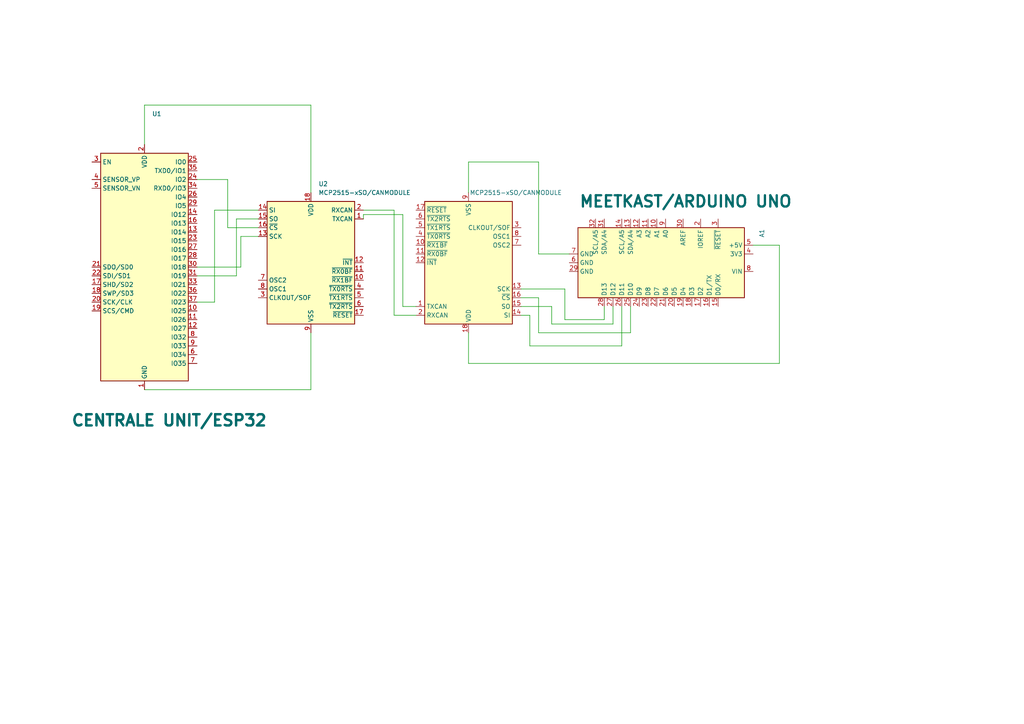
<source format=kicad_sch>
(kicad_sch (version 20230121) (generator eeschema)
  (paper "A4")
  (lib_symbols
    (symbol "Interface_CAN_LIN:MCP2515-xSO"
      (property "Reference" "U" (at -10.16 19.685 0))
      (property "Value" "MCP2515-xSO" (at 19.05 20.32 0))
      (symbol "MCP2515-xSO_0_1"
        (rectangle (start -12.7 17.78) (end 12.7 -17.78) (stroke (width 0.254)) (fill (type background)))
      )
      (symbol "MCP2515-xSO_1_1"
        (pin output line (at 15.24 12.7 180) (length 2.54) (name "TXCAN") (number "1"))
        (pin output line (at 15.24 -5.08 180) (length 2.54) (name "~{RX1BF}") (number "10"))
        (pin output line (at 15.24 -2.54 180) (length 2.54) (name "~{RX0BF}") (number "11"))
        (pin output line (at 15.24 0 180) (length 2.54) (name "~{INT}") (number "12"))
        (pin input line (at -15.24 7.62 0) (length 2.54) (name "SCK") (number "13"))
        (pin input line (at -15.24 15.24 0) (length 2.54) (name "SI") (number "14"))
        (pin output line (at -15.24 12.7 0) (length 2.54) (name "SO") (number "15"))
        (pin input line (at -15.24 10.16 0) (length 2.54) (name "~{CS}") (number "16"))
        (pin input line (at 15.24 -15.24 180) (length 2.54) (name "~{RESET}") (number "17"))
        (pin power_in line (at 0 20.32 270) (length 2.54) (name "VDD") (number "18"))
        (pin input line (at 15.24 15.24 180) (length 2.54) (name "RXCAN") (number "2"))
        (pin output line (at -15.24 -10.16 0) (length 2.54) (name "CLKOUT/SOF") (number "3"))
        (pin input line (at 15.24 -7.62 180) (length 2.54) (name "~{TX0RTS}") (number "4"))
        (pin input line (at 15.24 -10.16 180) (length 2.54) (name "~{TX1RTS}") (number "5"))
        (pin input line (at 15.24 -12.7 180) (length 2.54) (name "~{TX2RTS}") (number "6"))
        (pin output line (at -15.24 -5.08 0) (length 2.54) (name "OSC2") (number "7"))
        (pin input line (at -15.24 -7.62 0) (length 2.54) (name "OSC1") (number "8"))
        (pin power_in line (at 0 -20.32 90) (length 2.54) (name "VSS") (number "9"))
      )
    )
    (symbol "MCU_Module:Arduino_UNO_R3"
      (property "Reference" "A" (at -10.16 23.495 0))
      (property "Value" "Arduino_UNO_R3" (at 5.08 -26.67 0))
      (symbol "Arduino_UNO_R3_0_1"
        (rectangle (start -10.16 22.86) (end 10.16 -25.4) (stroke (width 0.254)) (fill (type background)))
      )
      (symbol "Arduino_UNO_R3_1_1"
        (pin no_connect line (at -10.16 -20.32 0) (length 2.54) hide (name "NC") (number "1"))
        (pin bidirectional line (at 12.7 -2.54 180) (length 2.54) (name "A1") (number "10"))
        (pin bidirectional line (at 12.7 -5.08 180) (length 2.54) (name "A2") (number "11"))
        (pin bidirectional line (at 12.7 -7.62 180) (length 2.54) (name "A3") (number "12"))
        (pin bidirectional line (at 12.7 -10.16 180) (length 2.54) (name "SDA/A4") (number "13"))
        (pin bidirectional line (at 12.7 -12.7 180) (length 2.54) (name "SCL/A5") (number "14"))
        (pin bidirectional line (at -12.7 15.24 0) (length 2.54) (name "D0/RX") (number "15"))
        (pin bidirectional line (at -12.7 12.7 0) (length 2.54) (name "D1/TX") (number "16"))
        (pin bidirectional line (at -12.7 10.16 0) (length 2.54) (name "D2") (number "17"))
        (pin bidirectional line (at -12.7 7.62 0) (length 2.54) (name "D3") (number "18"))
        (pin bidirectional line (at -12.7 5.08 0) (length 2.54) (name "D4") (number "19"))
        (pin output line (at 12.7 10.16 180) (length 2.54) (name "IOREF") (number "2"))
        (pin bidirectional line (at -12.7 2.54 0) (length 2.54) (name "D5") (number "20"))
        (pin bidirectional line (at -12.7 0 0) (length 2.54) (name "D6") (number "21"))
        (pin bidirectional line (at -12.7 -2.54 0) (length 2.54) (name "D7") (number "22"))
        (pin bidirectional line (at -12.7 -5.08 0) (length 2.54) (name "D8") (number "23"))
        (pin bidirectional line (at -12.7 -7.62 0) (length 2.54) (name "D9") (number "24"))
        (pin bidirectional line (at -12.7 -10.16 0) (length 2.54) (name "D10") (number "25"))
        (pin bidirectional line (at -12.7 -12.7 0) (length 2.54) (name "D11") (number "26"))
        (pin bidirectional line (at -12.7 -15.24 0) (length 2.54) (name "D12") (number "27"))
        (pin bidirectional line (at -12.7 -17.78 0) (length 2.54) (name "D13") (number "28"))
        (pin power_in line (at -2.54 -27.94 90) (length 2.54) (name "GND") (number "29"))
        (pin input line (at 12.7 15.24 180) (length 2.54) (name "~{RESET}") (number "3"))
        (pin input line (at 12.7 5.08 180) (length 2.54) (name "AREF") (number "30"))
        (pin bidirectional line (at 12.7 -17.78 180) (length 2.54) (name "SDA/A4") (number "31"))
        (pin bidirectional line (at 12.7 -20.32 180) (length 2.54) (name "SCL/A5") (number "32"))
        (pin power_out line (at 2.54 25.4 270) (length 2.54) (name "3V3") (number "4"))
        (pin power_out line (at 5.08 25.4 270) (length 2.54) (name "+5V") (number "5"))
        (pin power_in line (at 0 -27.94 90) (length 2.54) (name "GND") (number "6"))
        (pin power_in line (at 2.54 -27.94 90) (length 2.54) (name "GND") (number "7"))
        (pin power_in line (at -2.54 25.4 270) (length 2.54) (name "VIN") (number "8"))
        (pin bidirectional line (at 12.7 0 180) (length 2.54) (name "A0") (number "9"))
      )
    )
    (symbol "RF_Module:ESP32-WROOM-32"
      (property "Reference" "U" (at -12.7 34.29 0))
      (property "Value" "ESP32-WROOM-32" (at 1.27 34.29 0))
      (symbol "ESP32-WROOM-32_0_1"
        (rectangle (start -12.7 33.02) (end 12.7 -33.02) (stroke (width 0.254)) (fill (type background)))
      )
      (symbol "ESP32-WROOM-32_1_1"
        (pin power_in line (at 0 -35.56 90) (length 2.54) (name "GND") (number "1"))
        (pin bidirectional line (at 15.24 -12.7 180) (length 2.54) (name "IO25") (number "10"))
        (pin bidirectional line (at 15.24 -15.24 180) (length 2.54) (name "IO26") (number "11"))
        (pin bidirectional line (at 15.24 -17.78 180) (length 2.54) (name "IO27") (number "12"))
        (pin bidirectional line (at 15.24 10.16 180) (length 2.54) (name "IO14") (number "13"))
        (pin bidirectional line (at 15.24 15.24 180) (length 2.54) (name "IO12") (number "14"))
        (pin passive line (at 0 -35.56 90) (length 2.54) hide (name "GND") (number "15"))
        (pin bidirectional line (at 15.24 12.7 180) (length 2.54) (name "IO13") (number "16"))
        (pin bidirectional line (at -15.24 -5.08 0) (length 2.54) (name "SHD/SD2") (number "17"))
        (pin bidirectional line (at -15.24 -7.62 0) (length 2.54) (name "SWP/SD3") (number "18"))
        (pin bidirectional line (at -15.24 -12.7 0) (length 2.54) (name "SCS/CMD") (number "19"))
        (pin power_in line (at 0 35.56 270) (length 2.54) (name "VDD") (number "2"))
        (pin bidirectional line (at -15.24 -10.16 0) (length 2.54) (name "SCK/CLK") (number "20"))
        (pin bidirectional line (at -15.24 0 0) (length 2.54) (name "SDO/SD0") (number "21"))
        (pin bidirectional line (at -15.24 -2.54 0) (length 2.54) (name "SDI/SD1") (number "22"))
        (pin bidirectional line (at 15.24 7.62 180) (length 2.54) (name "IO15") (number "23"))
        (pin bidirectional line (at 15.24 25.4 180) (length 2.54) (name "IO2") (number "24"))
        (pin bidirectional line (at 15.24 30.48 180) (length 2.54) (name "IO0") (number "25"))
        (pin bidirectional line (at 15.24 20.32 180) (length 2.54) (name "IO4") (number "26"))
        (pin bidirectional line (at 15.24 5.08 180) (length 2.54) (name "IO16") (number "27"))
        (pin bidirectional line (at 15.24 2.54 180) (length 2.54) (name "IO17") (number "28"))
        (pin bidirectional line (at 15.24 17.78 180) (length 2.54) (name "IO5") (number "29"))
        (pin input line (at -15.24 30.48 0) (length 2.54) (name "EN") (number "3"))
        (pin bidirectional line (at 15.24 0 180) (length 2.54) (name "IO18") (number "30"))
        (pin bidirectional line (at 15.24 -2.54 180) (length 2.54) (name "IO19") (number "31"))
        (pin no_connect line (at -12.7 -27.94 0) (length 2.54) hide (name "NC") (number "32"))
        (pin bidirectional line (at 15.24 -5.08 180) (length 2.54) (name "IO21") (number "33"))
        (pin bidirectional line (at 15.24 22.86 180) (length 2.54) (name "RXD0/IO3") (number "34"))
        (pin bidirectional line (at 15.24 27.94 180) (length 2.54) (name "TXD0/IO1") (number "35"))
        (pin bidirectional line (at 15.24 -7.62 180) (length 2.54) (name "IO22") (number "36"))
        (pin bidirectional line (at 15.24 -10.16 180) (length 2.54) (name "IO23") (number "37"))
        (pin passive line (at 0 -35.56 90) (length 2.54) hide (name "GND") (number "38"))
        (pin passive line (at 0 -35.56 90) (length 2.54) hide (name "GND") (number "39"))
        (pin input line (at -15.24 25.4 0) (length 2.54) (name "SENSOR_VP") (number "4"))
        (pin input line (at -15.24 22.86 0) (length 2.54) (name "SENSOR_VN") (number "5"))
        (pin input line (at 15.24 -25.4 180) (length 2.54) (name "IO34") (number "6"))
        (pin input line (at 15.24 -27.94 180) (length 2.54) (name "IO35") (number "7"))
        (pin bidirectional line (at 15.24 -20.32 180) (length 2.54) (name "IO32") (number "8"))
        (pin bidirectional line (at 15.24 -22.86 180) (length 2.54) (name "IO33") (number "9"))
      )
    )
  )
  (wire (pts (xy 105.41 62.23) (xy 105.41 63.5)))
  (wire (pts (xy 156.21 73.66) (xy 165.1 73.66)))
  (wire (pts (xy 66.04 66.04) (xy 74.93 66.04)))
  (wire (pts (xy 182.88 88.9) (xy 182.88 96.52)))
  (wire (pts (xy 180.34 100.33) (xy 180.34 88.9)))
  (wire (pts (xy 69.85 68.58) (xy 74.93 68.58)))
  (wire (pts (xy 151.13 91.44) (xy 153.67 91.44)))
  (wire (pts (xy 57.15 52.07) (xy 66.04 52.07)))
  (wire (pts (xy 69.85 77.47) (xy 69.85 68.58)))
  (wire (pts (xy 163.83 92.71) (xy 175.26 92.71)))
  (wire (pts (xy 66.04 52.07) (xy 66.04 66.04)))
  (wire (pts (xy 57.15 87.63) (xy 62.23 87.63)))
  (wire (pts (xy 163.83 83.82) (xy 163.83 92.71)))
  (wire (pts (xy 156.21 86.36) (xy 156.21 96.52)))
  (wire (pts (xy 62.23 60.96) (xy 74.93 60.96)))
  (wire (pts (xy 151.13 86.36) (xy 156.21 86.36)))
  (wire (pts (xy 160.02 93.98) (xy 177.8 93.98)))
  (wire (pts (xy 153.67 91.44) (xy 153.67 100.33)))
  (wire (pts (xy 57.15 77.47) (xy 69.85 77.47)))
  (wire (pts (xy 175.26 92.71) (xy 175.26 88.9)))
  (wire (pts (xy 156.21 96.52) (xy 182.88 96.52)))
  (wire (pts (xy 135.89 105.41) (xy 226.06 105.41)))
  (wire (pts (xy 156.21 46.99) (xy 156.21 73.66)))
  (wire (pts (xy 114.3 91.44) (xy 120.65 91.44)))
  (wire (pts (xy 120.65 88.9) (xy 116.84 88.9)))
  (wire (pts (xy 62.23 87.63) (xy 62.23 60.96)))
  (wire (pts (xy 160.02 88.9) (xy 160.02 93.98)))
  (wire (pts (xy 135.89 46.99) (xy 156.21 46.99)))
  (wire (pts (xy 116.84 88.9) (xy 116.84 62.23)))
  (wire (pts (xy 105.41 60.96) (xy 114.3 60.96)))
  (wire (pts (xy 41.91 41.91) (xy 41.91 30.48)))
  (wire (pts (xy 177.8 93.98) (xy 177.8 88.9)))
  (wire (pts (xy 90.17 113.03) (xy 90.17 96.52)))
  (wire (pts (xy 57.15 80.01) (xy 68.58 80.01)))
  (wire (pts (xy 151.13 88.9) (xy 160.02 88.9)))
  (wire (pts (xy 135.89 96.52) (xy 135.89 105.41)))
  (wire (pts (xy 151.13 83.82) (xy 163.83 83.82)))
  (wire (pts (xy 41.91 113.03) (xy 90.17 113.03)))
  (wire (pts (xy 41.91 30.48) (xy 90.17 30.48)))
  (wire (pts (xy 226.06 105.41) (xy 226.06 71.12)))
  (wire (pts (xy 135.89 55.88) (xy 135.89 46.99)))
  (wire (pts (xy 226.06 71.12) (xy 218.44 71.12)))
  (wire (pts (xy 68.58 80.01) (xy 68.58 63.5)))
  (wire (pts (xy 68.58 63.5) (xy 74.93 63.5)))
  (wire (pts (xy 153.67 100.33) (xy 180.34 100.33)))
  (wire (pts (xy 116.84 62.23) (xy 105.41 62.23)))
  (wire (pts (xy 114.3 60.96) (xy 114.3 91.44)))
  (wire (pts (xy 90.17 30.48) (xy 90.17 55.88)))
  (symbol (lib_id "RF_Module:ESP32-WROOM-32") (at 41.91 77.47 0) (unit 1)
    (property "Reference" "U1" (at 44.1041 33.02 0) (effects (justify left)))
    (property "Value" "CENTRALE UNIT/ESP32" (at 20.32 121.92 0) (effects (font (size 3.27 3.27) bold) (justify left)))
    (property "Footprint" "RF_Module:ESP32-WROOM-32" (effects hide))
    (property "Datasheet" "https://www.espressif.com/sites/default/files/documentation/esp32-wroom-32_datasheet_en.pdf" (effects hide))
  )
  (symbol (lib_id "Interface_CAN_LIN:MCP2515-xSO") (at 90.17 76.2 0) (unit 1)
    (property "Reference" "U2" (at 92.3641 53.34 0) (effects (justify left)))
    (property "Value" "MCP2515-xSO/CANMODULE" (at 92.3641 55.88 0) (effects (justify left)))
    (property "Footprint" "Package_SO:SOIC-18W_7.5x11.6mm_P1.27mm" (effects hide))
    (property "Datasheet" "http://ww1.microchip.com/downloads/en/DeviceDoc/21801e.pdf" (effects hide))
  )
  (symbol (lib_id "MCU_Module:Arduino_UNO_R3") (at 193.04 76.2 270) (mirror x) (unit 1)
    (property "Reference" "A1" (at 220.98 68.9259 0) (effects (justify left)))
    (property "Value" "MEETKAST/ARDUINO UNO" (at 167.64 58.42 90) (effects (font (size 3.27 3.27) bold) (justify left)))
    (property "Footprint" "Module:Arduino_UNO_R3" (effects hide))
    (property "Datasheet" "https://www.arduino.cc/en/Main/arduinoBoardUno" (effects hide))
  )
  (symbol (lib_id "Interface_CAN_LIN:MCP2515-xSO") (at 135.89 76.2 180) (unit 1)
    (property "Reference" "U3" (effects hide))
    (property "Value" "MCP2515-xSO/CANMODULE" (at 136.2359 55.88 0) (effects (justify right)))
    (property "Footprint" "Package_SO:SOIC-18W_7.5x11.6mm_P1.27mm" (effects hide))
    (property "Datasheet" "http://ww1.microchip.com/downloads/en/DeviceDoc/21801e.pdf" (effects hide))
  )
)
</source>
